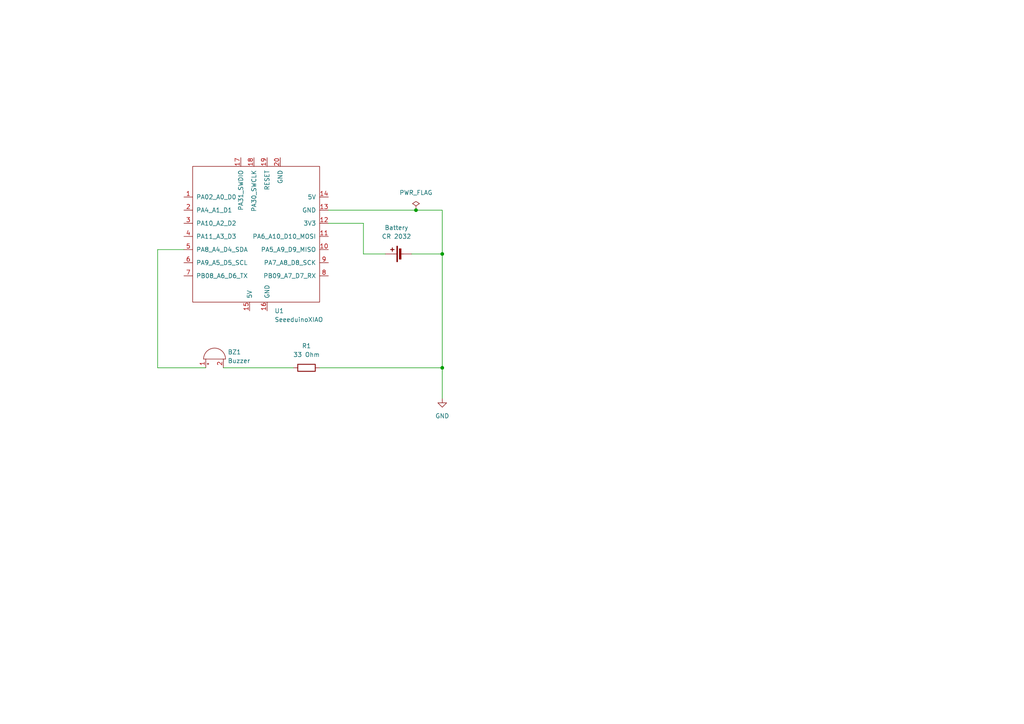
<source format=kicad_sch>
(kicad_sch (version 20250114) (generator "eeschema") (generator_version "9.0")
  (paper "A4")
  (lib_symbols
    (symbol "Device:Battery_Cell" (pin_numbers (hide yes)) (pin_names (offset 0) (hide yes))
      (property "Reference" "BT" (at 2.54 2.54 0))
      (property "Value" "Battery_Cell" (at 2.54 0 0))
      (symbol "Battery_Cell_0_1"
        (rectangle (start -2.286 1.778) (end 2.286 1.524) (fill (type outline)))
        (rectangle (start -1.524 1.016) (end 1.524 0.508) (fill (type outline)))
        (polyline (pts (xy 0 1.778) (xy 0 2.54)))
        (polyline (pts (xy 0 0.762) (xy 0 0)))
        (polyline (pts (xy 0.762 3.048) (xy 1.778 3.048)) (stroke (width 0.254)))
        (polyline (pts (xy 1.27 3.556) (xy 1.27 2.54)) (stroke (width 0.254)))
      )
      (symbol "Battery_Cell_1_1"
        (pin passive line (at 0 5.08 270) (length 2.54) (name "+") (number "1"))
        (pin passive line (at 0 -2.54 90) (length 2.54) (name "-") (number "2"))
      )
    )
    (symbol "Device:Buzzer" (pin_names (offset 0.0254) (hide yes))
      (property "Reference" "BZ" (at 3.81 1.27 0))
      (property "Value" "Buzzer" (at 3.81 -1.27 0))
      (symbol "Buzzer_0_1"
        (polyline (pts (xy -1.651 1.905) (xy -1.143 1.905)))
        (polyline (pts (xy -1.397 2.159) (xy -1.397 1.651)))
        (arc (start 0 3.175) (mid 3.1612 0) (end 0 -3.175))
        (polyline (pts (xy 0 3.175) (xy 0 -3.175)))
      )
      (symbol "Buzzer_1_1"
        (pin passive line (at -2.54 2.54 0) (length 2.54) (name "+") (number "1"))
        (pin passive line (at -2.54 -2.54 0) (length 2.54) (name "-") (number "2"))
      )
    )
    (symbol "Device:R" (pin_numbers (hide yes)) (pin_names (offset 0))
      (property "Reference" "R" (at 2.032 0 90))
      (property "Value" "R" (at 0 0 90))
      (symbol "R_0_1"
        (rectangle (start -1.016 -2.54) (end 1.016 2.54) (stroke (width 0.254)))
      )
      (symbol "R_1_1"
        (pin passive line (at 0 3.81 270) (length 1.27) (name "~") (number "1"))
        (pin passive line (at 0 -3.81 90) (length 1.27) (name "~") (number "2"))
      )
    )
    (symbol "Seeeduino XIAO:SeeeduinoXIAO" (pin_names (offset 1.016))
      (property "Reference" "U" (at -19.05 22.86 0))
      (property "Value" "SeeeduinoXIAO" (at -12.7 21.59 0))
      (symbol "SeeeduinoXIAO_0_1"
        (rectangle (start -19.05 20.32) (end 17.78 -19.05))
      )
      (symbol "SeeeduinoXIAO_1_1"
        (pin unspecified line (at -21.59 11.43 0) (length 2.54) (name "PA02_A0_D0") (number "1"))
        (pin unspecified line (at -21.59 7.62 0) (length 2.54) (name "PA4_A1_D1") (number "2"))
        (pin unspecified line (at -21.59 3.81 0) (length 2.54) (name "PA10_A2_D2") (number "3"))
        (pin unspecified line (at -21.59 0 0) (length 2.54) (name "PA11_A3_D3") (number "4"))
        (pin unspecified line (at -21.59 -3.81 0) (length 2.54) (name "PA8_A4_D4_SDA") (number "5"))
        (pin unspecified line (at -21.59 -7.62 0) (length 2.54) (name "PA9_A5_D5_SCL") (number "6"))
        (pin unspecified line (at -21.59 -11.43 0) (length 2.54) (name "PB08_A6_D6_TX") (number "7"))
        (pin input line (at -5.08 22.86 270) (length 2.54) (name "PA31_SWDIO") (number "17"))
        (pin input line (at -2.54 -21.59 90) (length 2.54) (name "5V") (number "15"))
        (pin input line (at -1.27 22.86 270) (length 2.54) (name "PA30_SWCLK") (number "18"))
        (pin input line (at 2.54 22.86 270) (length 2.54) (name "RESET") (number "19"))
        (pin input line (at 2.54 -21.59 90) (length 2.54) (name "GND") (number "16"))
        (pin input line (at 6.35 22.86 270) (length 2.54) (name "GND") (number "20"))
        (pin unspecified line (at 20.32 11.43 180) (length 2.54) (name "5V") (number "14"))
        (pin unspecified line (at 20.32 7.62 180) (length 2.54) (name "GND") (number "13"))
        (pin unspecified line (at 20.32 3.81 180) (length 2.54) (name "3V3") (number "12"))
        (pin unspecified line (at 20.32 0 180) (length 2.54) (name "PA6_A10_D10_MOSI") (number "11"))
        (pin unspecified line (at 20.32 -3.81 180) (length 2.54) (name "PA5_A9_D9_MISO") (number "10"))
        (pin unspecified line (at 20.32 -7.62 180) (length 2.54) (name "PA7_A8_D8_SCK") (number "9"))
        (pin unspecified line (at 20.32 -11.43 180) (length 2.54) (name "PB09_A7_D7_RX") (number "8"))
      )
    )
    (symbol "power:GND" (power) (pin_numbers (hide yes)) (pin_names (offset 0) (hide yes))
      (property "Value" "GND" (at 0 -3.81 0))
      (symbol "GND_0_1"
        (polyline (pts (xy 0 0) (xy 0 -1.27) (xy 1.27 -1.27) (xy 0 -2.54) (xy -1.27 -1.27) (xy 0 -1.27)))
      )
      (symbol "GND_1_1"
        (pin power_in line (at 0 0 270) (length 0) (name "~") (number "1"))
      )
    )
    (symbol "power:PWR_FLAG" (power) (pin_numbers (hide yes)) (pin_names (offset 0) (hide yes))
      (property "Value" "PWR_FLAG" (at 0 3.81 0))
      (symbol "PWR_FLAG_0_0"
        (pin power_out line (at 0 0 90) (length 0) (name "~") (number "1"))
      )
      (symbol "PWR_FLAG_0_1"
        (polyline (pts (xy 0 0) (xy 0 1.27) (xy -1.016 1.905) (xy 0 2.54) (xy 1.016 1.905) (xy 0 1.27)))
      )
    )
  )
  (junction (at 128.27 73.66))
  (junction (at 128.27 106.68))
  (junction (at 120.65 60.96))
  (wire (pts (xy 128.27 73.66) (xy 128.27 106.68)))
  (wire (pts (xy 128.27 60.96) (xy 128.27 73.66)))
  (wire (pts (xy 95.25 60.96) (xy 120.65 60.96)))
  (wire (pts (xy 64.77 106.68) (xy 85.09 106.68)))
  (wire (pts (xy 53.34 72.39) (xy 45.72 72.39)))
  (wire (pts (xy 45.72 72.39) (xy 45.72 106.68)))
  (wire (pts (xy 105.41 73.66) (xy 111.76 73.66)))
  (wire (pts (xy 120.65 60.96) (xy 128.27 60.96)))
  (wire (pts (xy 92.71 106.68) (xy 128.27 106.68)))
  (wire (pts (xy 128.27 106.68) (xy 128.27 115.57)))
  (wire (pts (xy 105.41 64.77) (xy 105.41 73.66)))
  (wire (pts (xy 45.72 106.68) (xy 59.69 106.68)))
  (wire (pts (xy 119.38 73.66) (xy 128.27 73.66)))
  (wire (pts (xy 95.25 64.77) (xy 105.41 64.77)))
  (symbol (lib_id "Device:Buzzer") (at 62.23 104.14 90) (unit 1)
    (property "Reference" "BZ1" (at 66.04 102.1148 90) (effects (justify right)))
    (property "Value" "Buzzer" (at 66.04 104.6548 90) (effects (justify right)))
    (property "Footprint" "Buzzer_Beeper:Buzzer_12x9.5RM7.6" (effects (hide yes)))
    (property "Description" "Buzzer, polarized" (effects (hide yes)))
  )
  (symbol (lib_id "power:GND") (at 128.27 115.57 0) (unit 1)
    (property "Reference" "#PWR01" (effects (hide yes)))
    (property "Value" "GND" (at 128.27 120.65 0))
    (property "Description" "Power symbol creates a global label with name \"GND\" , ground" (effects (hide yes)))
  )
  (symbol (lib_id "Seeeduino XIAO:SeeeduinoXIAO") (at 74.93 68.58 0) (unit 1)
    (property "Reference" "U1" (at 79.6133 90.17 0) (effects (justify left)))
    (property "Value" "SeeeduinoXIAO" (at 79.6133 92.71 0) (effects (justify left)))
    (property "Footprint" "RF_Module:MCU_Seeed_ESP32C3" (effects (hide yes)))
  )
  (symbol (lib_id "Device:Battery_Cell") (at 116.84 73.66 90) (unit 1)
    (property "Reference" "Battery" (at 114.9985 66.04 90))
    (property "Value" "CR 2032" (at 114.9985 68.58 90))
    (property "Footprint" "Battery:Battery_Panasonic_CR2032-HFN_Horizontal_CircularHoles" (effects (hide yes)))
    (property "Description" "Single-cell battery" (effects (hide yes)))
  )
  (symbol (lib_id "power:PWR_FLAG") (at 120.65 60.96 0) (unit 1)
    (property "Reference" "#FLG01" (effects (hide yes)))
    (property "Value" "PWR_FLAG" (at 120.65 55.88 0))
    (property "Description" "Special symbol for telling ERC where power comes from" (effects (hide yes)))
  )
  (symbol (lib_id "Device:R") (at 88.9 106.68 90) (unit 1)
    (property "Reference" "R1" (at 88.9 100.33 90))
    (property "Value" "33 Ohm" (at 88.9 102.87 90))
    (property "Footprint" "Resistor_THT:R_Axial_DIN0207_L6.3mm_D2.5mm_P10.16mm_Horizontal" (effects (hide yes)))
    (property "Description" "Resistor" (effects (hide yes)))
  )
)
</source>
